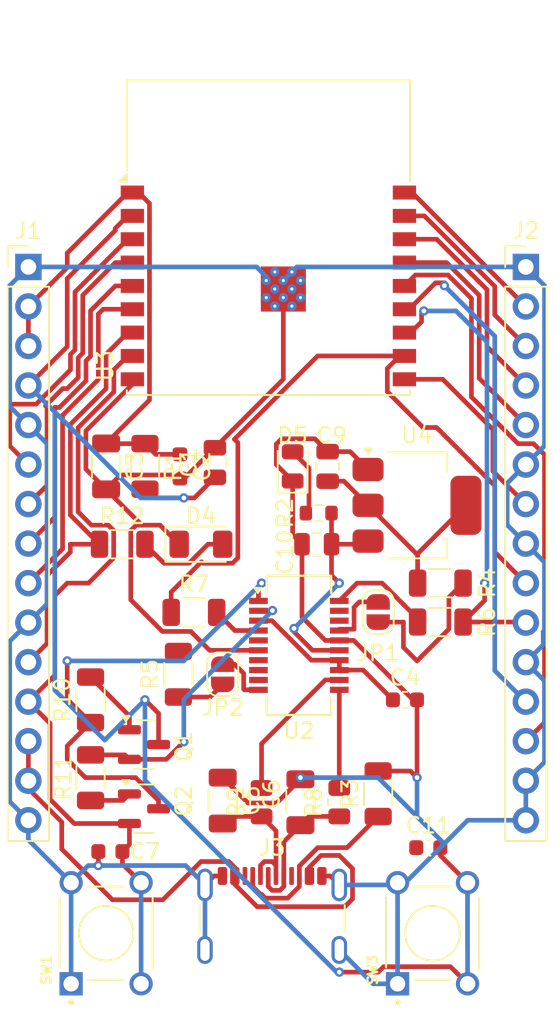
<source format=kicad_pcb>
(kicad_pcb (version 20241229) (generator "pcbnew") (generator_version "9.0")
  (layers (0 "F.Cu" signal) (2 "B.Cu" signal) (13 "F.Paste" user) (15 "B.Paste" user) (5 "F.SilkS" user "F.Silkscreen") (7 "B.SilkS" user "B.Silkscreen") (1 "F.Mask" user) (3 "B.Mask" user) (25 "Edge.Cuts" user))
  (net 0 "")
  (net 1 "/EN")
  (net 2 "GND")
  (net 3 "+3V3")
  (net 4 "/3v3")
  (net 5 "Net-(C5-Pad2)")
  (net 6 "Net-(C6-Pad1)")
  (net 7 "/IO9")
  (net 8 "+5V")
  (net 9 "Net-(D4-A)")
  (net 10 "Net-(D5-A)")
  (net 11 "/IO7")
  (net 12 "/IO5")
  (net 13 "/IO4")
  (net 14 "/IO8")
  (net 15 "/IO6")
  (net 16 "/IO2")
  (net 17 "/IO3")
  (net 18 "/IO19")
  (net 19 "/IO10")
  (net 20 "/U0TXD")
  (net 21 "/IO0")
  (net 22 "/IO1")
  (net 23 "/IO18")
  (net 24 "/U0RXD")
  (net 25 "Net-(J3-CC1)")
  (net 26 "Net-(JP1-A)")
  (net 27 "Net-(JP1-B)")
  (net 28 "Net-(JP2-A)")
  (net 29 "Net-(JP2-B)")
  (net 30 "Net-(Q1-B)")
  (net 31 "/RTS")
  (net 32 "/DTR")
  (net 33 "Net-(Q2-B)")
  (net 34 "Net-(U2-TXD)")
  (net 35 "Net-(U2-RXD)")
  (net 36 "/USBDP")
  (net 37 "/USBDM")
  (footprint "Resistor_SMD:R_1206_3216Metric" (layer "F.Cu") (at 133.5375 92.5)
    (property "Reference" "R12")
    (property "Value" "22k")
  )
  (footprint "Capacitor_SMD:C_0603_1608Metric" (layer "F.Cu") (at 132.775 112.25)
    (property "Reference" "C7")
    (property "Value" "0.1u")
  )
  (footprint "Resistor_SMD:R_1206_3216Metric" (layer "F.Cu") (at 154 95 180)
    (property "Reference" "R4")
    (property "Value" "22k")
  )
  (footprint "sources:SW_1825910-6-4" (layer "F.Cu") (at 132.5 117.5 90)
    (property "Reference" "SW1")
    (property "Value" "SW_MEC_5E")
  )
  (footprint "LED_SMD:LED_1206_3216Metric" (layer "F.Cu") (at 138.6 92.5)
    (property "Reference" "D4")
    (property "Value" "LED")
  )
  (footprint "Capacitor_SMD:C_1206_3216Metric" (layer "F.Cu") (at 140 108.975 -90)
    (property "Reference" "C5")
    (property "Value" "47p")
  )
  (footprint "Capacitor_SMD:C_0805_2012Metric" (layer "F.Cu") (at 139.5 87.25 90)
    (property "Reference" "C1")
    (property "Value" "1u")
  )
  (footprint "Package_TO_SOT_SMD:SOT-23" (layer "F.Cu") (at 134.9375 109.5)
    (property "Reference" "Q2")
    (property "Value" "MMBT2222A")
  )
  (footprint "Resistor_SMD:R_0805_2012Metric" (layer "F.Cu") (at 142.5 109.08 90)
    (property "Reference" "R9")
    (property "Value" "27")
  )
  (footprint "Resistor_SMD:R_1206_3216Metric" (layer "F.Cu") (at 137.15 100.8575 90)
    (property "Reference" "R5")
    (property "Value" "22k")
  )
  (footprint "Capacitor_SMD:C_0805_2012Metric" (layer "F.Cu") (at 146.05 92.5 180)
    (property "Reference" "C10")
    (property "Value" "22u")
  )
  (footprint "LED_SMD:LED_0805_2012Metric" (layer "F.Cu") (at 144.5 87.5 90)
    (property "Reference" "D5")
    (property "Value" "LED")
  )
  (footprint "Resistor_SMD:R_0603_1608Metric" (layer "F.Cu") (at 146.175 90.5 180)
    (property "Reference" "R2")
    (property "Value" "2k")
  )
  (footprint "Jumper:SolderJumper-2_P1.3mm_Open_RoundedPad1.0x1.5mm" (layer "F.Cu") (at 140 100.8575 90)
    (property "Reference" "JP2")
    (property "Value" "~")
  )
  (footprint "Capacitor_SMD:C_1206_3216Metric" (layer "F.Cu") (at 132.5 87.5 -90)
    (property "Reference" "C3")
    (property "Value" "10u")
  )
  (footprint "Package_TO_SOT_SMD:SOT-223-3_TabPin2" (layer "F.Cu") (at 152.5 90)
    (property "Reference" "U4")
    (property "Value" "AMS1117-3.3")
  )
  (footprint "Resistor_SMD:R_0805_2012Metric" (layer "F.Cu") (at 147.5 109.08 90)
    (property "Reference" "R8")
    (property "Value" "27")
  )
  (footprint "Resistor_SMD:R_1206_3216Metric" (layer "F.Cu") (at 150 108.5375 90)
    (property "Reference" "R3")
    (property "Value" "5.1k")
  )
  (footprint "Capacitor_SMD:C_0805_2012Metric" (layer "F.Cu") (at 146.75 87.5 90)
    (property "Reference" "C9")
    (property "Value" "22u")
  )
  (footprint "Capacitor_SMD:C_0603_1608Metric" (layer "F.Cu") (at 137.25 87.5 -90)
    (property "Reference" "C2")
    (property "Value" "0.1u")
  )
  (footprint "Connector_PinHeader_2.54mm:PinHeader_1x15_P2.54mm_Vertical" (layer "F.Cu") (at 127.5 74.68)
    (property "Reference" "J1")
    (property "Value" "Conn_01x15_Pin")
  )
  (footprint "Package_SO:SSOP-20_3.9x8.7mm_P0.635mm" (layer "F.Cu") (at 144.9 99)
    (property "Reference" "U2")
    (property "Value" "FT231XS")
  )
  (footprint "Capacitor_SMD:C_0603_1608Metric" (layer "F.Cu") (at 151.725 102.5)
    (property "Reference" "C4")
    (property "Value" "0.1u")
  )
  (footprint "Jumper:SolderJumper-2_P1.3mm_Open_RoundedPad1.0x1.5mm" (layer "F.Cu") (at 150 96.8575 -90)
    (property "Reference" "JP1")
    (property "Value" "~")
  )
  (footprint "RF_Module:ESP32-C3-WROOM-02" (layer "F.Cu") (at 142.94 75.9)
    (property "Reference" "U3")
    (property "Value" "ESP32-C3-WROOM-02")
  )
  (footprint "Resistor_SMD:R_1206_3216Metric" (layer "F.Cu") (at 154 97.5)
    (property "Reference" "R6")
    (property "Value" "1")
  )
  (footprint "Resistor_SMD:R_1206_3216Metric" (layer "F.Cu") (at 131.5 102.5 90)
    (property "Reference" "R10")
    (property "Value" "10k")
  )
  (footprint "Connector_PinHeader_2.54mm:PinHeader_1x15_P2.54mm_Vertical" (layer "F.Cu") (at 159.5 74.68)
    (property "Reference" "J2")
    (property "Value" "Conn_01x15_Pin" (hide yes))
  )
  (footprint "Package_TO_SOT_SMD:SOT-23" (layer "F.Cu") (at 134.9375 105.375)
    (property "Reference" "Q1")
    (property "Value" "MMBT2222A")
  )
  (footprint "Resistor_SMD:R_1206_3216Metric" (layer "F.Cu") (at 135 87.5 -90)
    (property "Reference" "R1")
    (property "Value" "10k")
  )
  (footprint "Capacitor_SMD:C_0603_1608Metric" (layer "F.Cu") (at 153.225 112)
    (property "Reference" "C11")
    (property "Value" "0.1u")
  )
  (footprint "Resistor_SMD:R_1206_3216Metric" (layer "F.Cu") (at 131.5 107.5 -90)
    (property "Reference" "R11")
    (property "Value" "10k")
  )
  (footprint "Resistor_SMD:R_1206_3216Metric" (layer "F.Cu") (at 138.15 96.88)
    (property "Reference" "R7")
    (property "Value" "1")
  )
  (footprint "Capacitor_SMD:C_1206_3216Metric" (layer "F.Cu") (at 145 109.08 90)
    (property "Reference" "C6")
    (property "Value" "47p")
  )
  (footprint "Connector_USB:USB_C_Receptacle_GCT_USB4105-xx-A_16P_TopMnt_Horizontal" (layer "F.Cu") (at 143.18 117.5)
    (property "Reference" "J3")
    (property "Value" "USB_C_Receptacle_USB2.0_14P")
  )
  (footprint "sources:SW_1825910-6-4" (layer "F.Cu") (at 153.5 117.5 90)
    (property "Reference" "SW3")
    (property "Value" "SW_MEC_5E")
  )
  (segment (start 130 79.8) (end 130 75.427106) (width 0.3) (layer "F.Cu") (net 1))
  (segment (start 130 75.427106) (end 133.09 72.337106) (width 0.3) (layer "F.Cu") (net 1))
  (segment (start 138.175 89.525) (end 139.5 88.2) (width 0.3) (layer "F.Cu") (net 1))
  (segment (start 150 120) (end 147.5 120) (width 0.3) (layer "F.Cu") (net 1))
  (segment (start 135.875 105.375) (end 135.875 103.375) (width 0.3) (layer "F.Cu") (net 1))
  (segment (start 154 112) (end 154 112.5) (width 0.3) (layer "F.Cu") (net 1))
  (segment (start 135 88.9625) (end 135.5625 89.525) (width 0.3) (layer "F.Cu") (net 1))
  (segment (start 133.09 72.2) (end 133.89 71.4) (width 0.3) (layer "F.Cu") (net 1))
  (segment (start 150.349 119.651) (end 150 120) (width 0.3) (layer "F.Cu") (net 1))
  (segment (start 155.75 120.75) (end 154.651 119.651) (width 0.3) (layer "F.Cu") (net 1))
  (segment (start 127.5 82.3) (end 130 79.8) (width 0.3) (layer "F.Cu") (net 1))
  (segment (start 135.875 103.375) (end 135 102.5) (width 0.3) (layer "F.Cu") (net 1))
  (segment (start 133.89 71.4) (end 134.19 71.4) (width 0.3) (layer "F.Cu") (net 1))
  (segment (start 133.09 72.337106) (end 133.09 72.2) (width 0.3) (layer "F.Cu") (net 1))
  (segment (start 154.651 119.651) (end 150.349 119.651) (width 0.3) (layer "F.Cu") (net 1))
  (segment (start 154 112.5) (end 155.75 114.25) (width 0.3) (layer "F.Cu") (net 1))
  (segment (start 135.5625 89.525) (end 138.175 89.525) (width 0.3) (layer "F.Cu") (net 1))
  (via (at 137.5 89.525) (size 0.6) (drill 0.3) (layers "F.Cu" "B.Cu") (net 1))
  (via (at 147.5 120) (size 0.6) (drill 0.3) (layers "F.Cu" "B.Cu") (net 1))
  (via (at 135 102.5) (size 0.6) (drill 0.3) (layers "F.Cu" "B.Cu") (net 1))
  (segment (start 137.5 89.525) (end 134.725 89.525) (width 0.3) (layer "B.Cu") (net 1))
  (segment (start 147.322918 120) (end 135 107.677082) (width 0.3) (layer "B.Cu") (net 1))
  (segment (start 147.5 120) (end 147.322918 120) (width 0.3) (layer "B.Cu") (net 1))
  (segment (start 135 107.677082) (end 135 102.5) (width 0.3) (layer "B.Cu") (net 1))
  (segment (start 129.2 101.877082) (end 129.2 84) (width 0.3) (layer "B.Cu") (net 1))
  (segment (start 132.411459 105.088541) (end 129.2 101.877082) (width 0.3) (layer "B.Cu") (net 1))
  (segment (start 155.75 114.25) (end 155.75 118.448) (width 0.3) (layer "B.Cu") (net 1))
  (segment (start 155.75 114.25) (end 155.75 120.75) (width 0.3) (layer "B.Cu") (net 1))
  (segment (start 129.2 84) (end 127.5 82.3) (width 0.3) (layer "B.Cu") (net 1))
  (segment (start 134.725 89.525) (end 129.2 84) (width 0.3) (layer "B.Cu") (net 1))
  (segment (start 135 102.5) (end 132.411459 105.088541) (width 0.3) (layer "B.Cu") (net 1))
  (segment (start 143.475 109.13) (end 145 107.605) (width 0.3) (layer "F.Cu") (net 2))
  (segment (start 148.426908 98.6825) (end 152.244408 102.5) (width 0.3) (layer "F.Cu") (net 2))
  (segment (start 137.2 92.5) (end 135.975 91.275) (width 0.3) (layer "F.Cu") (net 2))
  (segment (start 137.25 88.275) (end 137.525 88.275) (width 0.3) (layer "F.Cu") (net 2))
  (segment (start 148.2 86.55) (end 149.35 87.7) (width 0.3) (layer "F.Cu") (net 2))
  (segment (start 145 107.605) (end 145 107.5) (width 0.3) (layer "F.Cu") (net 2))
  (segment (start 143.45 86.066056) (end 143.45 87.3875) (width 0.3) (layer "F.Cu") (net 2))
  (segment (start 134.432044 91.275) (end 134.8 91.275) (width 0.3) (layer "F.Cu") (net 2))
  (segment (start 131.2 85.214212) (end 131.2 87.675) (width 0.3) (layer "F.Cu") (net 2))
  (segment (start 141.63 109.13) (end 143.475 109.13) (width 0.3) (layer "F.Cu") (net 2))
  (segment (start 134.19 82.224212) (end 131.2 85.214212) (width 0.3) (layer "F.Cu") (net 2))
  (segment (start 134.19 81.9) (end 134.19 82.224212) (width 0.3) (layer "F.Cu") (net 2))
  (segment (start 143.9 81.9) (end 139.5 86.3) (width 0.3) (layer "F.Cu") (net 2))
  (segment (start 137.944544 98.105) (end 136.119544 98.105) (width 0.3) (layer "F.Cu") (net 2))
  (segment (start 146.6 98.6825) (end 145.1 97.1825) (width 0.3) (layer "F.Cu") (net 2))
  (segment (start 147.5 98.6825) (end 146.6 98.6825) (width 0.3) (layer "F.Cu") (net 2))
  (segment (start 134.0875 91.619544) (end 134.432044 91.275) (width 0.3) (layer "F.Cu") (net 2))
  (segment (start 139.157044 99.3175) (end 137.944544 98.105) (width 0.3) (layer "F.Cu") (net 2))
  (segment (start 143.9 76.1) (end 143.9 81.9) (width 0.3) (layer "F.Cu") (net 2))
  (segment (start 152.244408 102.5) (end 152.5 102.5) (width 0.3) (layer "F.Cu") (net 2))
  (segment (start 135.975 91.275) (end 134.8 91.275) (width 0.3) (layer "F.Cu") (net 2))
  (segment (start 137.025 88.05) (end 133.425 88.05) (width 0.3) (layer "F.Cu") (net 2))
  (segment (start 133.425 88.05) (end 132.5 88.975) (width 0.3) (layer "F.Cu") (net 2))
  (segment (start 145.1 97.1825) (end 145.1 92.5) (width 0.3) (layer "F.Cu") (net 2))
  (segment (start 134.8 91.275) (end 132.5 88.975) (width 0.3) (layer "F.Cu") (net 2))
  (segment (start 147.5 98.6825) (end 148.426908 98.6825) (width 0.3) (layer "F.Cu") (net 2))
  (segment (start 143.791056 85.725) (end 143.45 86.066056) (width 0.3) (layer "F.Cu") (net 2))
  (segment (start 146.75 86.55) (end 145.925 85.725) (width 0.3) (layer "F.Cu") (net 2))
  (segment (start 152.075 107.075) (end 152.5 107.5) (width 0.3) (layer "F.Cu") (net 2))
  (segment (start 145.925 85.725) (end 143.791056 85.725) (width 0.3) (layer "F.Cu") (net 2))
  (segment (start 139.98 113.82) (end 139.435 113.82) (width 0.3) (layer "F.Cu") (net 2))
  (segment (start 146.75 86.55) (end 148.2 86.55) (width 0.3) (layer "F.Cu") (net 2))
  (segment (start 159.18 87.7) (end 159.5 87.38) (width 0.3) (layer "F.Cu") (net 2))
  (segment (start 140 107.5) (end 141.63 109.13) (width 0.3) (layer "F.Cu") (net 2))
  (segment (start 146.925 113.82) (end 147.5 114.395) (width 0.3) (layer "F.Cu") (net 2))
  (segment (start 150 107.075) (end 152.075 107.075) (width 0.3) (layer "F.Cu") (net 2))
  (segment (start 139.435 113.82) (end 138.86 114.395) (width 0.3) (layer "F.Cu") (net 2))
  (segment (start 143.45 87.3875) (end 144.5 88.4375) (width 0.3) (layer "F.Cu") (net 2))
  (segment (start 145.1 92.5) (end 144.5 91.9) (width 0.3) (layer "F.Cu") (net 2))
  (segment (start 146.38 113.82) (end 146.925 113.82) (width 0.3) (layer "F.Cu") (net 2))
  (segment (start 137.25 88.275) (end 137.025 88.05) (width 0.3) (layer "F.Cu") (net 2))
  (segment (start 137.525 88.275) (end 139.5 86.3) (width 0.3) (layer "F.Cu") (net 2))
  (segment (start 136.119544 98.105) (end 134.0875 96.072956) (width 0.3) (layer "F.Cu") (net 2))
  (segment (start 142.3 99.3175) (end 139.157044 99.3175) (width 0.3) (layer "F.Cu") (net 2))
  (segment (start 134.0875 96.072956) (end 134.0875 91.619544) (width 0.3) (layer "F.Cu") (net 2))
  (segment (start 144.5 91.9) (end 144.5 88.4375) (width 0.3) (layer "F.Cu") (net 2))
  (segment (start 131.2 87.675) (end 132.5 88.975) (width 0.3) (layer "F.Cu") (net 2))
  (segment (start 152.5 102.5) (end 152.5 107.5) (width 0.3) (layer "F.Cu") (net 2))
  (segment (start 132 112.25) (end 132 113.151) (width 0.3) (layer "F.Cu") (net 2))
  (via (at 132 113.151) (size 0.6) (drill 0.3) (layers "F.Cu" "B.Cu") (net 2))
  (via (at 145 107.5) (size 0.6) (drill 0.3) (layers "F.Cu" "B.Cu") (net 2))
  (via (at 152.5 107.5) (size 0.6) (drill 0.3) (layers "F.Cu" "B.Cu") (net 2))
  (segment (start 137.616 113.151) (end 138.86 114.395) (width 0.3) (layer "B.Cu") (net 2))
  (segment (start 127.5 74.68) (end 142.18 74.68) (width 0.3) (layer "B.Cu") (net 2))
  (segment (start 127.5 110.24) (end 127.5 111.5) (width 0.3) (layer "B.Cu") (net 2))
  (segment (start 155.76 110.24) (end 159.5 110.24) (width 0.3) (layer "B.Cu") (net 2))
  (segment (start 149.675 120.75) (end 147.5 118.575) (width 0.3) (layer "B.Cu") (net 2))
  (segment (start 160.7 106.5) (end 160.7 101.28) (width 0.3) (layer "B.Cu") (net 2))
  (segment (start 145 107.5) (end 150 107.5) (width 0.3) (layer "B.Cu") (net 2))
  (segment (start 160.7 86.18) (end 160.7 75.88) (width 0.3) (layer "B.Cu") (net 2))
  (segment (start 158.3 91.26) (end 158.3 88.58) (width 0.3) (layer "B.Cu") (net 2))
  (segment (start 130.25 114.25) (end 130.25 120.75) (width 0.3) (layer "B.Cu") (net 2))
  (segment (start 152.5 110) (end 154.25 111.75) (width 0.3) (layer "B.Cu") (net 2))
  (segment (start 160.7 93.66) (end 159.5 92.46) (width 0.3) (layer "B.Cu") (net 2))
  (segment (start 126.3 98.74) (end 126.3 109.04) (width 0.3) (layer "B.Cu") (net 2))
  (segment (start 160.7 101.28) (end 159.5 100.08) (width 0.3) (layer "B.Cu") (net 2))
  (segment (start 160.618529 98.118528) (end 160.7 98.037057) (width 0.3) (layer "B.Cu") (net 2))
  (segment (start 127.5 84.84) (end 128.7 86.04) (width 0.3) (layer "B.Cu") (net 2))
  (segment (start 159.5 100.08) (end 160.618529 98.961471) (width 0.3) (layer "B.Cu") (net 2))
  (segment (start 151.105 114.395) (end 151.25 114.25) (width 0.3) (layer "B.Cu") (net 2))
  (segment (start 159.5 87.38) (end 160.7 86.18) (width 0.3) (layer "B.Cu") (net 2))
  (segment (start 142.8 75.3) (end 142.8 75.55) (width 0.3) (layer "B.Cu") (net 2))
  (segment (start 151.25 120.75) (end 149.675 120.75) (width 0.3) (layer "B.Cu") (net 2))
  (segment (start 128.7 96.34) (end 127.5 97.54) (width 0.3) (layer "B.Cu") (net 2))
  (segment (start 147.5 114.395) (end 151.105 114.395) (width 0.3) (layer "B.Cu") (net 2))
  (segment (start 150 107.5) (end 152.5 110) (width 0.3) (layer "B.Cu") (net 2))
  (segment (start 158.3 88.58) (end 159.5 87.38) (width 0.3) (layer "B.Cu") (net 2))
  (segment (start 128.7 86.04) (end 128.7 96.34) (width 0.3) (layer "B.Cu") (net 2))
  (segment (start 127.5 111.5) (end 130.25 114.25) (width 0.3) (layer "B.Cu") (net 2))
  (segment (start 159.5 110.24) (end 159.5 107.7) (width 0.3) (layer "B.Cu") (net 2))
  (segment (start 126.3 75.88) (end 126.3 83.64) (width 0.3) (layer "B.Cu") (net 2))
  (segment (start 160.618529 98.961471) (end 160.618529 98.118528) (width 0.3) (layer "B.Cu") (net 2))
  (segment (start 152.5 107.5) (end 152.5 110) (width 0.3) (layer "B.Cu") (net 2))
  (segment (start 130.25 114.25) (end 131.349 113.151) (width 0.3) (layer "B.Cu") (net 2))
  (segment (start 127.5 97.54) (end 126.3 98.74) (width 0.3) (layer "B.Cu") (net 2))
  (segment (start 138.86 114.395) (end 138.86 118.575) (width 0.3) (layer "B.Cu") (net 2))
  (segment (start 159.5 92.46) (end 158.3 91.26) (width 0.3) (layer "B.Cu") (net 2))
  (segment (start 151.25 114.25) (end 151.75 114.25) (width 0.3) (layer "B.Cu") (net 2))
  (segment (start 159.5 107.7) (end 160.7 106.5) (width 0.3) (layer "B.Cu") (net 2))
  (segment (start 142.18 74.68) (end 142.8 75.3) (width 0.3) (layer "B.Cu") (net 2))
  (segment (start 144.77 74.68) (end 143.9 75.55) (width 0.3) (layer "B.Cu") (net 2))
  (segment (start 154.25 111.75) (end 155.76 110.24) (width 0.3) (layer "B.Cu") (net 2))
  (segment (start 151.25 114.25) (end 151.25 120.75) (width 0.3) (layer "B.Cu") (net 2))
  (segment (start 126.3 83.64) (end 127.5 84.84) (width 0.3) (layer "B.Cu") (net 2))
  (segment (start 131.349 113.151) (end 132 113.151) (width 0.3) (layer "B.Cu") (net 2))
  (segment (start 151.75 114.25) (end 154.25 111.75) (width 0.3) (layer "B.Cu") (net 2))
  (segment (start 126.3 109.04) (end 127.5 110.24) (width 0.3) (layer "B.Cu") (net 2))
  (segment (start 127.5 74.68) (end 126.3 75.88) (width 0.3) (layer "B.Cu") (net 2))
  (segment (start 159.5 74.68) (end 144.77 74.68) (width 0.3) (layer "B.Cu") (net 2))
  (segment (start 160.7 98.037057) (end 160.7 93.66) (width 0.3) (layer "B.Cu") (net 2))
  (segment (start 160.7 75.88) (end 159.5 74.68) (width 0.3) (layer "B.Cu") (net 2))
  (segment (start 132 113.151) (end 137.616 113.151) (width 0.3) (layer "B.Cu") (net 2))
  (segment (start 135.29 70.6) (end 134.59 69.9) (width 0.3) (layer "F.Cu") (net 3))
  (segment (start 127.5 77.22) (end 127.5 79.76) (width 0.3) (layer "F.Cu") (net 3))
  (segment (start 130 73.79) (end 130 74.72) (width 0.3) (layer "F.Cu") (net 3))
  (segment (start 152.5375 95) (end 152.5375 93.1125) (width 0.3) (layer "F.Cu") (net 3))
  (segment (start 132.5125 86.0375) (end 132.5 86.025) (width 0.3) (layer "F.Cu") (net 3))
  (segment (start 137.25 86.725) (end 135.6875 86.725) (width 0.3) (layer "F.Cu") (net 3))
  (segment (start 132.5 86.025) (end 135.29 83.235) (width 0.3) (layer "F.Cu") (net 3))
  (segment (start 152.5375 93.1125) (end 155.65 90) (width 0.3) (layer "F.Cu") (net 3))
  (segment (start 134.59 69.9) (end 134.19 69.9) (width 0.3) (layer "F.Cu") (net 3))
  (segment (start 135.6875 86.725) (end 135 86.0375) (width 0.3) (layer "F.Cu") (net 3))
  (segment (start 146.75 88.45) (end 147.8 88.45) (width 0.3) (layer "F.Cu") (net 3))
  (segment (start 133.89 69.9) (end 130 73.79) (width 0.3) (layer "F.Cu") (net 3))
  (segment (start 149.35 90) (end 152.4625 93.1125) (width 0.3) (layer "F.Cu") (net 3))
  (segment (start 152.4625 93.1125) (end 152.5375 93.1125) (width 0.3) (layer "F.Cu") (net 3))
  (segment (start 147.8 88.45) (end 149.35 90) (width 0.3) (layer "F.Cu") (net 3))
  (segment (start 130 74.72) (end 127.5 77.22) (width 0.3) (layer "F.Cu") (net 3))
  (segment (start 135.29 83.235) (end 135.29 70.6) (width 0.3) (layer "F.Cu") (net 3))
  (segment (start 135 86.0375) (end 132.5125 86.0375) (width 0.3) (layer "F.Cu") (net 3))
  (segment (start 134.19 69.9) (end 133.89 69.9) (width 0.3) (layer "F.Cu") (net 3))
  (segment (start 150.95 102.5) (end 149.0375 100.5875) (width 0.3) (layer "F.Cu") (net 4))
  (segment (start 147.5 99.9525) (end 147.5 100.5875) (width 0.3) (layer "F.Cu") (net 4))
  (segment (start 145.705 99.9525) (end 143.165 97.4125) (width 0.3) (layer "F.Cu") (net 4))
  (segment (start 143.165 97.4125) (end 142.3 97.4125) (width 0.3) (layer "F.Cu") (net 4))
  (segment (start 149.0375 100.5875) (end 147.5 100.5875) (width 0.3) (layer "F.Cu") (net 4))
  (segment (start 147.5 99.9525) (end 145.705 99.9525) (width 0.3) (layer "F.Cu") (net 4))
  (segment (start 143.18312 112.895) (end 143.43 113.14188) (width 0.3) (layer "F.Cu") (net 5))
  (segment (start 142.43 113.14188) (end 142.67688 112.895) (width 0.3) (layer "F.Cu") (net 5))
  (segment (start 142.67688 112.895) (end 143.18312 112.895) (width 0.3) (layer "F.Cu") (net 5))
  (segment (start 143.43 110.9225) (end 143.43 113.82) (width 0.3) (layer "F.Cu") (net 5))
  (segment (start 142.43 113.82) (end 142.43 113.14188) (width 0.3) (layer "F.Cu") (net 5))
  (segment (start 142.5 109.9925) (end 140.4575 109.9925) (width 0.3) (layer "F.Cu") (net 5))
  (segment (start 143.43 113.14188) (end 143.43 113.82) (width 0.3) (layer "F.Cu") (net 5))
  (segment (start 140.4575 109.9925) (end 140 110.45) (width 0.3) (layer "F.Cu") (net 5))
  (segment (start 142.5 109.9925) (end 143.43 110.9225) (width 0.3) (layer "F.Cu") (net 5))
  (segment (start 143.93 114.49812) (end 143.93 113.82) (width 0.3) (layer "F.Cu") (net 6))
  (segment (start 142.93 114.49812) (end 143.17688 114.745) (width 0.3) (layer "F.Cu") (net 6))
  (segment (start 147.5 109.9925) (end 145.5625 109.9925) (width 0.3) (layer "F.Cu") (net 6))
  (segment (start 143.68312 114.745) (end 143.93 114.49812) (width 0.3) (layer "F.Cu") (net 6))
  (segment (start 145 110.555) (end 143.93 111.625) (width 0.3) (layer "F.Cu") (net 6))
  (segment (start 145.5625 109.9925) (end 145 110.555) (width 0.3) (layer "F.Cu") (net 6))
  (segment (start 142.93 113.82) (end 142.93 114.49812) (width 0.3) (layer "F.Cu") (net 6))
  (segment (start 143.93 111.625) (end 143.93 113.82) (width 0.3) (layer "F.Cu") (net 6))
  (segment (start 143.17688 114.745) (end 143.68312 114.745) (width 0.3) (layer "F.Cu") (net 6))
  (segment (start 133 81.29) (end 133 82.707106) (width 0.3) (layer "F.Cu") (net 7))
  (segment (start 129.2 100.92) (end 127.5 102.62) (width 0.3) (layer "F.Cu") (net 7))
  (segment (start 131.557106 91.275) (end 132.642956 91.275) (width 0.3) (layer "F.Cu") (net 7))
  (segment (start 133.55 112.25) (end 133.55 113.05) (width 0.3) (layer "F.Cu") (net 7))
  (segment (start 133.89 80.4) (end 133 81.29) (width 0.3) (layer "F.Cu") (net 7))
  (segment (start 134 110.45) (end 134 111.8) (width 0.3) (layer "F.Cu") (net 7))
  (segment (start 134.19 80.4) (end 133.89 80.4) (width 0.3) (layer "F.Cu") (net 7))
  (segment (start 129.2 95.8) (end 129.2 100.92) (width 0.3) (layer "F.Cu") (net 7))
  (segment (start 133 82.707106) (end 130.7 85.007106) (width 0.3) (layer "F.Cu") (net 7))
  (segment (start 132.9875 91.619544) (end 132.9875 93.380456) (width 0.3) (layer "F.Cu") (net 7))
  (segment (start 130.7 85.007106) (end 130.7 90.417894) (width 0.3) (layer "F.Cu") (net 7))
  (segment (start 130.7 90.417894) (end 131.557106 91.275) (width 0.3) (layer "F.Cu") (net 7))
  (segment (start 128.900001 108.9) (end 128.900001 104.020001) (width 0.3) (layer "F.Cu") (net 7))
  (segment (start 134 110.45) (end 130.450001 110.45) (width 0.3) (layer "F.Cu") (net 7))
  (segment (start 128.900001 104.020001) (end 127.5 102.62) (width 0.3) (layer "F.Cu") (net 7))
  (segment (start 130.450001 110.45) (end 128.900001 108.9) (width 0.3) (layer "F.Cu") (net 7))
  (segment (start 132.642956 91.275) (end 132.9875 91.619544) (width 0.3) (layer "F.Cu") (net 7))
  (segment (start 131.367956 95) (end 130 95) (width 0.3) (layer "F.Cu") (net 7))
  (segment (start 130 95) (end 129.2 95.8) (width 0.3) (layer "F.Cu") (net 7))
  (segment (start 134 111.8) (end 133.55 112.25) (width 0.3) (layer "F.Cu") (net 7))
  (segment (start 133.55 113.05) (end 134.75 114.25) (width 0.3) (layer "F.Cu") (net 7))
  (segment (start 132.9875 93.380456) (end 131.367956 95) (width 0.3) (layer "F.Cu") (net 7))
  (segment (start 134.75 114.25) (end 134.75 120.75) (width 0.3) (layer "B.Cu") (net 7))
  (segment (start 127.5 108.207105) (end 127.5 107.7) (width 0.3) (layer "F.Cu") (net 8))
  (segment (start 127.5 107.7) (end 127.5 105.16) (width 0.3) (layer "F.Cu") (net 8))
  (segment (start 142.215305 115.795) (end 140.78 114.359695) (width 0.3) (layer "F.Cu") (net 8))
  (segment (start 148.35 113.35) (end 148.35 115.297082) (width 0.3) (layer "F.Cu") (net 8))
  (segment (start 140.78 113.28) (end 140.395 112.895) (width 0.3) (layer "F.Cu") (net 8))
  (segment (start 145.777106 99.3175) (end 144.479803 98.020197) (width 0.3) (layer "F.Cu") (net 8))
  (segment (start 132.903221 115.349) (end 129.646447 112.092226) (width 0.3) (layer "F.Cu") (net 8))
  (segment (start 147.5 99.3175) (end 145.777106 99.3175) (width 0.3) (layer "F.Cu") (net 8))
  (segment (start 147 92.5) (end 147 94.5) (width 0.3) (layer "F.Cu") (net 8))
  (segment (start 145.58 113.245001) (end 146.325001 112.5) (width 0.3) (layer "F.Cu") (net 8))
  (segment (start 146.325001 112.5) (end 147.5 112.5) (width 0.3) (layer "F.Cu") (net 8))
  (segment (start 136.153918 115.349) (end 132.903221 115.349) (width 0.3) (layer "F.Cu") (net 8))
  (segment (start 129.646447 110.353552) (end 127.5 108.207105) (width 0.3) (layer "F.Cu") (net 8))
  (segment (start 147 92.5) (end 149.15 92.5) (width 0.3) (layer "F.Cu") (net 8))
  (segment (start 144.479803 98.020197) (end 144.58587 97.91413) (width 0.3) (layer "F.Cu") (net 8))
  (segment (start 140.395 112.895) (end 138.607918 112.895) (width 0.3) (layer "F.Cu") (net 8))
  (segment (start 138.607918 112.895) (end 136.153918 115.349) (width 0.3) (layer "F.Cu") (net 8))
  (segment (start 147 90.5) (end 147 92.5) (width 0.3) (layer "F.Cu") (net 8))
  (segment (start 140.78 113.82) (end 140.78 113.28) (width 0.3) (layer "F.Cu") (net 8))
  (segment (start 148.35 115.297082) (end 147.852082 115.795) (width 0.3) (layer "F.Cu") (net 8))
  (segment (start 129.646447 112.092226) (end 129.646447 110.353552) (width 0.3) (layer "F.Cu") (net 8))
  (segment (start 147.5 112.5) (end 148.35 113.35) (width 0.3) (layer "F.Cu") (net 8))
  (segment (start 147.852082 115.795) (end 142.215305 115.795) (width 0.3) (layer "F.Cu") (net 8))
  (segment (start 147 94.5) (end 147.5 95) (width 0.3) (layer "F.Cu") (net 8))
  (segment (start 140.78 114.359695) (end 140.78 113.82) (width 0.3) (layer "F.Cu") (net 8))
  (segment (start 149.15 92.5) (end 149.35 92.3) (width 0.3) (layer "F.Cu") (net 8))
  (segment (start 145.58 113.82) (end 145.58 113.245001) (width 0.3) (layer "F.Cu") (net 8))
  (via (at 147.5 95) (size 0.6) (drill 0.3) (layers "F.Cu" "B.Cu") (net 8))
  (via (at 144.58587 97.91413) (size 0.6) (drill 0.3) (layers "F.Cu" "B.Cu") (net 8))
  (segment (start 144.58587 97.91413) (end 147.5 95) (width 0.3) (layer "B.Cu") (net 8))
  (segment (start 135 92.5) (end 136.225 93.725) (width 0.3) (layer "F.Cu") (net 9))
  (segment (start 137.830456 93.725) (end 139.055456 92.5) (width 0.3) (layer "F.Cu") (net 9))
  (segment (start 139.055456 92.5) (end 140 92.5) (width 0.3) (layer "F.Cu") (net 9))
  (segment (start 136.225 93.725) (end 137.830456 93.725) (width 0.3) (layer "F.Cu") (net 9))
  (segment (start 144.5 86.5625) (end 145.55 87.6125) (width 0.3) (layer "F.Cu") (net 10))
  (segment (start 145.55 90.3) (end 145.35 90.5) (width 0.3) (layer "F.Cu") (net 10))
  (segment (start 145.55 87.6125) (end 145.55 90.3) (width 0.3) (layer "F.Cu") (net 10))
  (segment (start 132.307106 77.4) (end 132 77.707106) (width 0.3) (layer "F.Cu") (net 11))
  (segment (start 132 81.914213) (end 129.7 84.214213) (width 0.3) (layer "F.Cu") (net 11))
  (segment (start 134.19 77.4) (end 132.307106 77.4) (width 0.3) (layer "F.Cu") (net 11))
  (segment (start 129.7 84.214213) (end 129.7 92.8) (width 0.3) (layer "F.Cu") (net 11))
  (segment (start 132 77.707106) (end 132 81.914213) (width 0.3) (layer "F.Cu") (net 11))
  (segment (start 129.7 92.8) (end 127.5 95) (width 0.3) (layer "F.Cu") (net 11))
  (segment (start 130 82.5) (end 129.704163 82.5) (width 0.3) (layer "F.Cu") (net 12))
  (segment (start 128.7 83.699999) (end 128.7 88.72) (width 0.3) (layer "F.Cu") (net 12))
  (segment (start 130.707107 81.792893) (end 130 82.5) (width 0.3) (layer "F.Cu") (net 12))
  (segment (start 131 80.214213) (end 130.707107 80.507107) (width 0.3) (layer "F.Cu") (net 12))
  (segment (start 128.7 88.72) (end 127.5 89.92) (width 0.3) (layer "F.Cu") (net 12))
  (segment (start 133.097106 74.4) (end 131 76.497106) (width 0.3) (layer "F.Cu") (net 12))
  (segment (start 131 76.497106) (end 131 80.214213) (width 0.3) (layer "F.Cu") (net 12))
  (segment (start 130.707107 80.507107) (end 130.707107 81.792893) (width 0.3) (layer "F.Cu") (net 12))
  (segment (start 128.602082 83.602081) (end 128.7 83.699999) (width 0.3) (layer "F.Cu") (net 12))
  (segment (start 129.704163 82.5) (end 128.602082 83.602081) (width 0.3) (layer "F.Cu") (net 12))
  (segment (start 134.19 74.4) (end 133.097106 74.4) (width 0.3) (layer "F.Cu") (net 12))
  (segment (start 126.5 83.5) (end 126.3 83.7) (width 0.3) (layer "F.Cu") (net 13))
  (segment (start 126.3 83.7) (end 126.3 86.18) (width 0.3) (layer "F.Cu") (net 13))
  (segment (start 130.5 76.29) (end 130.5 80.007107) (width 0.3) (layer "F.Cu") (net 13))
  (segment (start 127.997057 83.5) (end 126.5 83.5) (width 0.3) (layer "F.Cu") (net 13))
  (segment (start 130.5 80.007107) (end 130.207107 80.3) (width 0.3) (layer "F.Cu") (net 13))
  (segment (start 134.19 72.9) (end 133.89 72.9) (width 0.3) (layer "F.Cu") (net 13))
  (segment (start 126.3 86.18) (end 127.5 87.38) (width 0.3) (layer "F.Cu") (net 13))
  (segment (start 130.207107 81.28995) (end 127.997057 83.5) (width 0.3) (layer "F.Cu") (net 13))
  (segment (start 133.89 72.9) (end 130.5 76.29) (width 0.3) (layer "F.Cu") (net 13))
  (segment (start 130.207107 80.3) (end 130.207107 81.28995) (width 0.3) (layer "F.Cu") (net 13))
  (segment (start 128.7 98.88) (end 127.5 100.08) (width 0.3) (layer "F.Cu") (net 14))
  (segment (start 133.89 78.9) (end 132.5 80.29) (width 0.3) (layer "F.Cu") (net 14))
  (segment (start 128.7 94.507106) (end 128.7 98.88) (width 0.3) (layer "F.Cu") (net 14))
  (segment (start 134.19 78.9) (end 133.89 78.9) (width 0.3) (layer "F.Cu") (net 14))
  (segment (start 130.2 93.007106) (end 128.7 94.507106) (width 0.3) (layer "F.Cu") (net 14))
  (segment (start 130.2 84.8) (end 130.2 90.625) (width 0.3) (layer "F.Cu") (net 14))
  (segment (start 132.075 92.5) (end 130.2 92.5) (width 0.3) (layer "F.Cu") (net 14))
  (segment (start 130.2 92.5) (end 130.2 93.007106) (width 0.3) (layer "F.Cu") (net 14))
  (segment (start 130.2 90.625) (end 132.075 92.5) (width 0.3) (layer "F.Cu") (net 14))
  (segment (start 132.5 80.29) (end 132.5 82.5) (width 0.3) (layer "F.Cu") (net 14))
  (segment (start 132.5 82.5) (end 130.2 84.8) (width 0.3) (layer "F.Cu") (net 14))
  (segment (start 131.207107 82) (end 131.207107 80.714214) (width 0.3) (layer "F.Cu") (net 15))
  (segment (start 127.5 92.46) (end 129.2 90.76) (width 0.3) (layer "F.Cu") (net 15))
  (segment (start 131.5 80.421321) (end 131.5 77.5) (width 0.3) (layer "F.Cu") (net 15))
  (segment (start 133.1 75.9) (end 134.19 75.9) (width 0.3) (layer "F.Cu") (net 15))
  (segment (start 131.5 77.5) (end 133.1 75.9) (width 0.3) (layer "F.Cu") (net 15))
  (segment (start 131.207107 80.714214) (end 131.5 80.421321) (width 0.3) (layer "F.Cu") (net 15))
  (segment (start 129.2 90.76) (end 129.2 83.711269) (width 0.3) (layer "F.Cu") (net 15))
  (segment (start 129.2 83.711269) (end 129.495838 83.711269) (width 0.3) (layer "F.Cu") (net 15))
  (segment (start 129.495838 83.711269) (end 131.207107 82) (width 0.3) (layer "F.Cu") (net 15))
  (segment (start 157 79.8) (end 159.5 82.3) (width 0.3) (layer "F.Cu") (net 16))
  (segment (start 157 76.134212) (end 157 79.8) (width 0.3) (layer "F.Cu") (net 16))
  (segment (start 151.69 72.9) (end 153.765788 72.9) (width 0.3) (layer "F.Cu") (net 16))
  (segment (start 153.765788 72.9) (end 157 76.134212) (width 0.3) (layer "F.Cu") (net 16))
  (segment (start 154.4 74.4) (end 156.5 76.5) (width 0.3) (layer "F.Cu") (net 17))
  (segment (start 156.5 76.5) (end 156.5 81.84) (width 0.3) (layer "F.Cu") (net 17))
  (segment (start 156.5 81.84) (end 159.5 84.84) (width 0.3) (layer "F.Cu") (net 17))
  (segment (start 151.69 74.4) (end 154.4 74.4) (width 0.3) (layer "F.Cu") (net 17))
  (segment (start 154.492894 75.2) (end 156 76.707106) (width 0.3) (layer "F.Cu") (net 18))
  (segment (start 156 76.707106) (end 156 83.037057) (width 0.3) (layer "F.Cu") (net 18))
  (segment (start 160.7 86.742943) (end 160.7 103.96) (width 0.3) (layer "F.Cu") (net 18))
  (segment (start 160.7 103.96) (end 159.5 105.16) (width 0.3) (layer "F.Cu") (net 18))
  (segment (start 152.39 75.2) (end 154.492894 75.2) (width 0.3) (layer "F.Cu") (net 18))
  (segment (start 156 83.037057) (end 159.002943 86.04) (width 0.3) (layer "F.Cu") (net 18))
  (segment (start 151.69 75.9) (end 152.39 75.2) (width 0.3) (layer "F.Cu") (net 18))
  (segment (start 159.997057 86.04) (end 160.7 86.742943) (width 0.3) (layer "F.Cu") (net 18))
  (segment (start 159.002943 86.04) (end 159.997057 86.04) (width 0.3) (layer "F.Cu") (net 18))
  (segment (start 157.377919 85.122082) (end 157.377919 87.797919) (width 0.3) (layer "F.Cu") (net 19))
  (segment (start 156.127918 83.872082) (end 156.127919 83.872082) (width 0.3) (layer "F.Cu") (net 19))
  (segment (start 157.377919 87.797919) (end 159.5 89.92) (width 0.3) (layer "F.Cu") (net 19))
  (segment (start 154.155836 81.9) (end 156.127918 83.872082) (width 0.3) (layer "F.Cu") (net 19))
  (segment (start 151.69 81.9) (end 154.155836 81.9) (width 0.3) (layer "F.Cu") (net 19))
  (segment (start 156.127919 83.872082) (end 157.377919 85.122082) (width 0.3) (layer "F.Cu") (net 19))
  (segment (start 156.85 96.1125) (end 155.4625 97.5) (width 0.3) (layer "F.Cu") (net 20))
  (segment (start 152.930382 77.5) (end 152.940002 77.50962) (width 0.3) (layer "F.Cu") (net 20))
  (segment (start 151.69 78.9) (end 152.09 78.9) (width 0.3) (layer "F.Cu") (net 20))
  (segment (start 156.85 95) (end 156.85 96.1125) (width 0.3) (layer "F.Cu") (net 20))
  (segment (start 159.46 97.5) (end 159.5 97.54) (width 0.3) (layer "F.Cu") (net 20))
  (segment (start 152.09 78.9) (end 152.79 78.2) (width 0.3) (layer "F.Cu") (net 20))
  (segment (start 155.4625 97.5) (end 159.46 97.5) (width 0.3) (layer "F.Cu") (net 20))
  (segment (start 152.79 77.5) (end 152.930382 77.5) (width 0.3) (layer "F.Cu") (net 20))
  (segment (start 152.79 78.2) (end 152.79 77.5) (width 0.3) (layer "F.Cu") (net 20))
  (via (at 152.940002 77.50962) (size 0.6) (drill 0.3) (layers "F.Cu" "B.Cu") (net 20))
  (via (at 156.85 95) (size 0.6) (drill 0.3) (layers "F.Cu" "B.Cu") (net 20))
  (segment (start 154.99038 77.50962) (end 155 77.5) (width 0.3) (layer "B.Cu") (net 20))
  (segment (start 152.940002 77.50962) (end 154.99038 77.50962) (width 0.3) (layer "B.Cu") (net 20))
  (segment (start 157 95.15) (end 156.85 95) (width 0.3) (layer "B.Cu") (net 20))
  (segment (start 155 77.5) (end 157 79.5) (width 0.3) (layer "B.Cu") (net 20))
  (segment (start 157 79.5) (end 157 95.15) (width 0.3) (layer "B.Cu") (net 20))
  (segment (start 152.18 69.9) (end 159.5 77.22) (width 0.3) (layer "F.Cu") (net 21))
  (segment (start 151.69 69.9) (end 152.18 69.9) (width 0.3) (layer "F.Cu") (net 21))
  (segment (start 157.5 75.927106) (end 157.5 77.76) (width 0.3) (layer "F.Cu") (net 22))
  (segment (start 151.69 71.4) (end 152.972894 71.4) (width 0.3) (layer "F.Cu") (net 22))
  (segment (start 152.972894 71.4) (end 157.5 75.927106) (width 0.3) (layer "F.Cu") (net 22))
  (segment (start 157.5 77.76) (end 159.5 79.76) (width 0.3) (layer "F.Cu") (net 22))
  (segment (start 151.69 77.4) (end 151.99 77.4) (width 0.3) (layer "F.Cu") (net 23))
  (segment (start 154.285788 75.7) (end 154.292894 75.707106) (width 0.3) (layer "F.Cu") (net 23))
  (segment (start 153.69 75.7) (end 154.285788 75.7) (width 0.3) (layer "F.Cu") (net 23))
  (segment (start 154.292894 75.707106) (end 154.258274 75.741726) (width 0.3) (layer "F.Cu") (net 23))
  (segment (start 154.258274 75.741726) (end 154.258274 75.88462) (width 0.3) (layer "F.Cu") (net 23))
  (segment (start 151.99 77.4) (end 153.69 75.7) (width 0.3) (layer "F.Cu") (net 23))
  (via (at 154.258274 75.88462) (size 0.6) (drill 0.3) (layers "F.Cu" "B.Cu") (net 23))
  (segment (start 157.5 100.62) (end 159.5 102.62) (width 0.3) (layer "B.Cu") (net 23))
  (segment (start 154.258274 75.88462) (end 157.5 79.126346) (width 0.3) (layer "B.Cu") (net 23))
  (segment (start 157.5 79.126346) (end 157.5 100.62) (width 0.3) (layer "B.Cu") (net 23))
  (segment (start 150.59 82.7) (end 152.89 85) (width 0.3) (layer "F.Cu") (net 24))
  (segment (start 153.759354 85) (end 157.5 88.740646) (width 0.3) (layer "F.Cu") (net 24))
  (segment (start 136.6875 95.575062) (end 138.631282 93.63128) (width 0.3) (layer "F.Cu") (net 24))
  (segment (start 138.725002 93.725) (end 140.630456 93.725) (width 0.3) (layer "F.Cu") (net 24))
  (segment (start 140.630456 93.725) (end 140.975 93.380456) (width 0.3) (layer "F.Cu") (net 24))
  (segment (start 146.107106 80.4) (end 151.69 80.4) (width 0.3) (layer "F.Cu") (net 24))
  (segment (start 151.39 80.4) (end 150.59 81.2) (width 0.3) (layer "F.Cu") (net 24))
  (segment (start 140.975 85.975) (end 140.753553 85.753553) (width 0.3) (layer "F.Cu") (net 24))
  (segment (start 140.753553 85.753553) (end 146.107106 80.4) (width 0.3) (layer "F.Cu") (net 24))
  (segment (start 138.631282 93.63128) (end 138.725002 93.725) (width 0.3) (layer "F.Cu") (net 24))
  (segment (start 140.975 93.380456) (end 140.975 85.975) (width 0.3) (layer "F.Cu") (net 24))
  (segment (start 136.6875 96.88) (end 136.6875 95.575062) (width 0.3) (layer "F.Cu") (net 24))
  (segment (start 150.59 81.2) (end 150.59 82.7) (width 0.3) (layer "F.Cu") (net 24))
  (segment (start 152.89 85) (end 153.759354 85) (width 0.3) (layer "F.Cu") (net 24))
  (segment (start 157.5 93) (end 159.5 95) (width 0.3) (layer "F.Cu") (net 24))
  (segment (start 151.69 80.4) (end 151.39 80.4) (width 0.3) (layer "F.Cu") (net 24))
  (segment (start 157.5 88.740646) (end 157.5 93) (width 0.3) (layer "F.Cu") (net 24))
  (segment (start 142.43188 115) (end 142.5 115) (width 0.3) (layer "F.Cu") (net 25))
  (segment (start 148 112) (end 146.113738 112) (width 0.3) (layer "F.Cu") (net 25))
  (segment (start 141.93 113.82) (end 141.93 114.49812) (width 0.3) (layer "F.Cu") (net 25))
  (segment (start 144.18312 115.245) (end 142.745 115.245) (width 0.3) (layer "F.Cu") (net 25))
  (segment (start 141.93 114.49812) (end 142.43188 115) (width 0.3) (layer "F.Cu") (net 25))
  (segment (start 150 110) (end 148 112) (width 0.3) (layer "F.Cu") (net 25))
  (segment (start 144.93 113.183738) (end 144.93 113.82) (width 0.3) (layer "F.Cu") (net 25))
  (segment (start 144.93 114.49812) (end 144.18312 115.245) (width 0.3) (layer "F.Cu") (net 25))
  (segment (start 142.745 115.245) (end 142.5 115) (width 0.3) (layer "F.Cu") (net 25))
  (segment (start 144.93 113.82) (end 144.93 114.49812) (width 0.3) (layer "F.Cu") (net 25))
  (segment (start 146.113738 112) (end 144.93 113.183738) (width 0.3) (layer "F.Cu") (net 25))
  (segment (start 148.7925 96.2075) (end 148.45 96.55) (width 0.3) (layer "F.Cu") (net 26))
  (segment (start 148.45 96.55) (end 148.45 97.9625) (width 0.3) (layer "F.Cu") (net 26))
  (segment (start 150 96.2075) (end 148.7925 96.2075) (width 0.3) (layer "F.Cu") (net 26))
  (segment (start 148.45 97.9625) (end 147.5 97.9625) (width 0.3) (layer "F.Cu") (net 26))
  (segment (start 151.625 97.5) (end 151.625 99.125) (width 0.3) (layer "F.Cu") (net 27))
  (segment (start 150 97.5075) (end 151.6175 97.5075) (width 0.3) (layer "F.Cu") (net 27))
  (segment (start 151.625 99.125) (end 152.5 100) (width 0.3) (layer "F.Cu") (net 27))
  (segment (start 151.6175 97.5075) (end 151.625 97.5) (width 0.3) (layer "F.Cu") (net 27))
  (segment (start 154.55 97.95) (end 154.55 95.9125) (width 0.3) (layer "F.Cu") (net 27))
  (segment (start 154.55 95.9125) (end 155.4625 95) (width 0.3) (layer "F.Cu") (net 27))
  (segment (start 152.5 100) (end 154.55 97.95) (width 0.3) (layer "F.Cu") (net 27))
  (segment (start 139.1875 102.32) (end 140 101.5075) (width 0.3) (layer "F.Cu") (net 28))
  (segment (start 137.15 102.32) (end 139.1875 102.32) (width 0.3) (layer "F.Cu") (net 28))
  (segment (start 141.35 100.8025) (end 141.35 101.8075) (width 0.3) (layer "F.Cu") (net 29))
  (segment (start 140 100.2075) (end 140.755 100.2075) (width 0.3) (layer "F.Cu") (net 29))
  (segment (start 140.755 100.2075) (end 141.35 100.8025) (width 0.3) (layer "F.Cu") (net 29))
  (segment (start 141.4 101.8575) (end 142.3 101.8575) (width 0.3) (layer "F.Cu") (net 29))
  (segment (start 141.35 101.8075) (end 141.4 101.8575) (width 0.3) (layer "F.Cu") (net 29))
  (segment (start 131.5 101.0375) (end 134 103.5375) (width 0.3) (layer "F.Cu") (net 30))
  (segment (start 134 103.5375) (end 134 104.425) (width 0.3) (layer "F.Cu") (net 30))
  (segment (start 131.5 106.0375) (end 133.7125 106.0375) (width 0.3) (layer "F.Cu") (net 31))
  (segment (start 137.5 105) (end 137.5 105.198762) (width 0.3) (layer "F.Cu") (net 31))
  (segment (start 136.373762 106.325) (end 137.5 105.198762) (width 0.3) (layer "F.Cu") (net 31))
  (segment (start 142.3 96.7775) (end 143.2 96.7775) (width 0.3) (layer "F.Cu") (net 31))
  (segment (start 133.7125 106.0375) (end 134 106.325) (width 0.3) (layer "F.Cu") (net 31))
  (segment (start 134 106.325) (end 136.373762 106.325) (width 0.3) (layer "F.Cu") (net 31))
  (via (at 143.200773 96.763484) (size 0.6) (drill 0.3) (layers "F.Cu" "B.Cu") (net 31))
  (via (at 137.5 105.198762) (size 0.6) (drill 0.3) (layers "F.Cu" "B.Cu") (net 31))
  (segment (start 143.200773 96.763484) (end 137.5 102.464257) (width 0.3) (layer "B.Cu") (net 31))
  (segment (start 137.5 102.464257) (end 137.5 105.198762) (width 0.3) (layer "B.Cu") (net 31))
  (segment (start 131.169544 107.5) (end 130 106.330456) (width 0.3) (layer "F.Cu") (net 32))
  (segment (start 134.398762 107.5) (end 131.169544 107.5) (width 0.3) (layer "F.Cu") (net 32))
  (segment (start 135.875 109.5) (end 135.875 108.976238) (width 0.3) (layer "F.Cu") (net 32))
  (segment (start 130 105.4625) (end 131.5 103.9625) (width 0.3) (layer "F.Cu") (net 32))
  (segment (start 130 106.330456) (end 130 105.4625) (width 0.3) (layer "F.Cu") (net 32))
  (segment (start 142.3 95.2) (end 142.5 95) (width 0.3) (layer "F.Cu") (net 32))
  (segment (start 131.5 103.9625) (end 130 102.4625) (width 0.3) (layer "F.Cu") (net 32))
  (segment (start 135.875 108.976238) (end 134.398762 107.5) (width 0.3) (layer "F.Cu") (net 32))
  (segment (start 142.3 96.1425) (end 142.3 95.2) (width 0.3) (layer "F.Cu") (net 32))
  (segment (start 130 102.4625) (end 130 100) (width 0.3) (layer "F.Cu") (net 32))
  (via (at 130 100) (size 0.6) (drill 0.3) (layers "F.Cu" "B.Cu") (net 32))
  (via (at 142.5 95) (size 0.6) (drill 0.3) (layers "F.Cu" "B.Cu") (net 32))
  (segment (start 137.5 100) (end 142.5 95) (width 0.3) (layer "B.Cu") (net 32))
  (segment (start 130 100) (end 137.5 100) (width 0.3) (layer "B.Cu") (net 32))
  (segment (start 131.5 108.9625) (end 133.5875 108.9625) (width 0.3) (layer "F.Cu") (net 33))
  (segment (start 133.5875 108.9625) (end 134 108.55) (width 0.3) (layer "F.Cu") (net 33))
  (segment (start 148.6425 95) (end 147.5 96.1425) (width 0.3) (layer "F.Cu") (net 34))
  (segment (start 152.5375 97.280411) (end 150.257089 95) (width 0.3) (layer "F.Cu") (net 34))
  (segment (start 152.5375 97.5) (end 152.5375 97.280411) (width 0.3) (layer "F.Cu") (net 34))
  (segment (start 150.257089 95) (end 148.6425 95) (width 0.3) (layer "F.Cu") (net 34))
  (segment (start 139.6125 96.88) (end 140.78 98.0475) (width 0.3) (layer "F.Cu") (net 35))
  (segment (start 140.78 98.0475) (end 142.3 98.0475) (width 0.3) (layer "F.Cu") (net 35))
  (segment (start 147.5 108.1675) (end 147.5 101.8575) (width 0.3) (layer "F.Cu") (net 36))
  (segment (start 146.6 101.2225) (end 147.5 101.2225) (width 0.3) (layer "F.Cu") (net 37))
  (segment (start 142.5 108.1675) (end 142.5 105.3225) (width 0.3) (layer "F.Cu") (net 37))
  (segment (start 142.5 105.3225) (end 146.6 101.2225) (width 0.3) (layer "F.Cu") (net 37))
)
</source>
